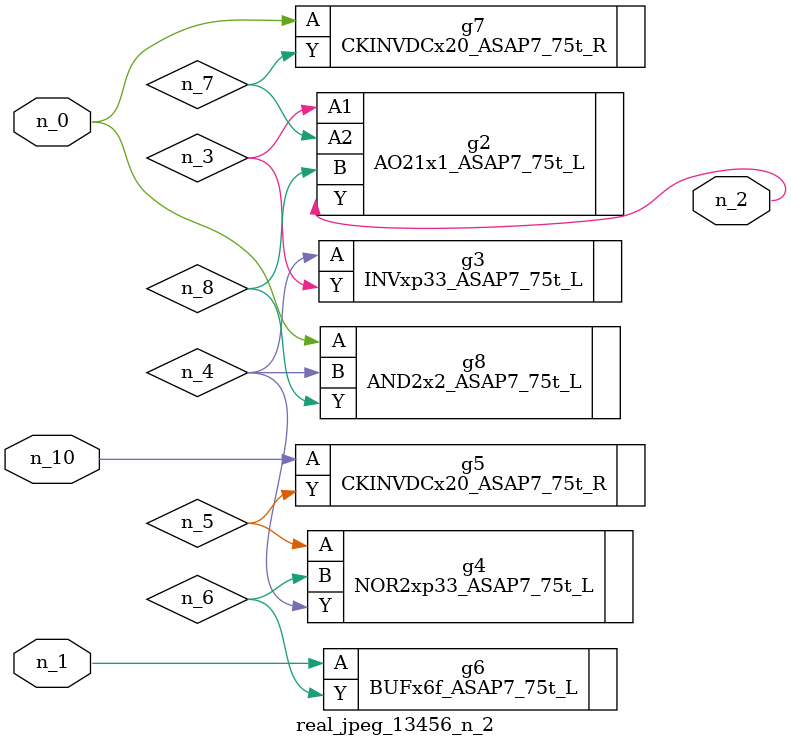
<source format=v>
module real_jpeg_13456_n_2 (n_1, n_10, n_0, n_2);

input n_1;
input n_10;
input n_0;

output n_2;

wire n_5;
wire n_4;
wire n_8;
wire n_6;
wire n_7;
wire n_3;

CKINVDCx20_ASAP7_75t_R g7 ( 
.A(n_0),
.Y(n_7)
);

AND2x2_ASAP7_75t_L g8 ( 
.A(n_0),
.B(n_4),
.Y(n_8)
);

BUFx6f_ASAP7_75t_L g6 ( 
.A(n_1),
.Y(n_6)
);

AO21x1_ASAP7_75t_L g2 ( 
.A1(n_3),
.A2(n_7),
.B(n_8),
.Y(n_2)
);

INVxp33_ASAP7_75t_L g3 ( 
.A(n_4),
.Y(n_3)
);

NOR2xp33_ASAP7_75t_L g4 ( 
.A(n_5),
.B(n_6),
.Y(n_4)
);

CKINVDCx20_ASAP7_75t_R g5 ( 
.A(n_10),
.Y(n_5)
);


endmodule
</source>
